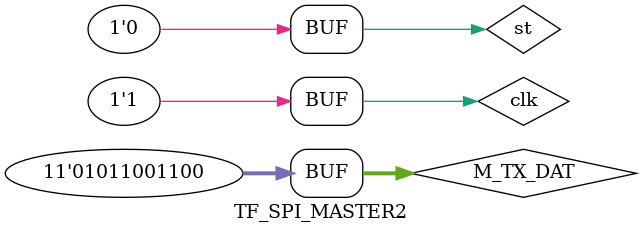
<source format=v>
`timescale 1ns / 1ps


module TF_SPI_MASTER2;

	// Inputs
	reg st;
	reg clk;
	reg [10:0]M_TX_DAT;

	// Outputs
	wire ce_tact;
	wire [3:0] cb_bit;
	wire [15:0] cb_tact;
	wire LOAD;
	wire SCLK;
	wire MOSI;

	// Instantiate the Unit Under Test (UUT)
	SPI_MASTER2 uut (
		.st(st), 
		.ce_tact(ce_tact), 
		.clk(clk), 
		.cb_bit(cb_bit), 
		.cb_tact(cb_tact), 
		.LOAD(LOAD), 
		.SCLK(SCLK),
		.M_TX_DAT(M_TX_DAT),
		.MOSI(MOSI)
	);
	always begin clk = 0; #10; clk = 1; #10; end
	initial begin
		// Initialize Inputs
		st = 0;
		M_TX_DAT = 0;
	
		// Wait 100 ns for global reset to finish
		#100; st = 1; M_TX_DAT = 11'h2CC;
		#20; st = 0;
      #1000; // MISO = 1;
		// Add stimulus here

	end
      
endmodule


</source>
